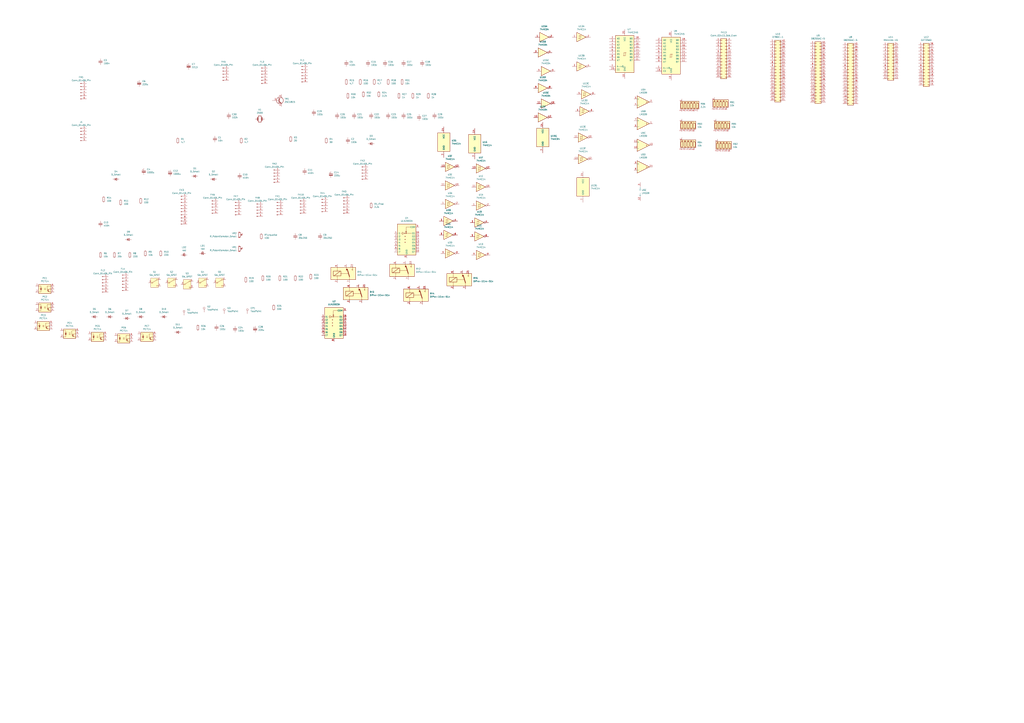
<source format=kicad_sch>
(kicad_sch
	(version 20231120)
	(generator "eeschema")
	(generator_version "8.0")
	(uuid "66cc26d7-ea0d-448d-81d6-18da17cae3ad")
	(paper "A1")
	
	(symbol
		(lib_id "Device:R_Small")
		(at 255.27 227.33 0)
		(unit 1)
		(exclude_from_sim no)
		(in_bom yes)
		(on_board yes)
		(dnp no)
		(fields_autoplaced yes)
		(uuid "009df387-6411-4120-aa50-f970eedc94ac")
		(property "Reference" "R23"
			(at 257.81 226.0599 0)
			(effects
				(font
					(size 1.27 1.27)
				)
				(justify left)
			)
		)
		(property "Value" "100"
			(at 257.81 228.5999 0)
			(effects
				(font
					(size 1.27 1.27)
				)
				(justify left)
			)
		)
		(property "Footprint" ""
			(at 255.27 227.33 0)
			(effects
				(font
					(size 1.27 1.27)
				)
				(hide yes)
			)
		)
		(property "Datasheet" "~"
			(at 255.27 227.33 0)
			(effects
				(font
					(size 1.27 1.27)
				)
				(hide yes)
			)
		)
		(property "Description" "Resistor, small symbol"
			(at 255.27 227.33 0)
			(effects
				(font
					(size 1.27 1.27)
				)
				(hide yes)
			)
		)
		(pin "1"
			(uuid "4181c92a-d4ec-4d92-9cdd-93232b0dfe7a")
		)
		(pin "2"
			(uuid "fabba577-d891-4ade-96a2-4e51ab511ef5")
		)
		(instances
			(project "ph00524"
				(path "/66cc26d7-ea0d-448d-81d6-18da17cae3ad"
					(reference "R23")
					(unit 1)
				)
			)
		)
	)
	(symbol
		(lib_id "Device:R_Small")
		(at 330.2 67.31 0)
		(unit 1)
		(exclude_from_sim no)
		(in_bom yes)
		(on_board yes)
		(dnp no)
		(fields_autoplaced yes)
		(uuid "0204f7ec-59d3-4881-a5b7-6df85f9017de")
		(property "Reference" "R31"
			(at 332.74 66.0399 0)
			(effects
				(font
					(size 1.27 1.27)
				)
				(justify left)
			)
		)
		(property "Value" "10k"
			(at 332.74 68.5799 0)
			(effects
				(font
					(size 1.27 1.27)
				)
				(justify left)
			)
		)
		(property "Footprint" ""
			(at 330.2 67.31 0)
			(effects
				(font
					(size 1.27 1.27)
				)
				(hide yes)
			)
		)
		(property "Datasheet" "~"
			(at 330.2 67.31 0)
			(effects
				(font
					(size 1.27 1.27)
				)
				(hide yes)
			)
		)
		(property "Description" "Resistor, small symbol"
			(at 330.2 67.31 0)
			(effects
				(font
					(size 1.27 1.27)
				)
				(hide yes)
			)
		)
		(pin "1"
			(uuid "3b0afd4c-f169-4d4d-8a52-0c5ba1ed1c94")
		)
		(pin "2"
			(uuid "ea2108f9-e38a-4b9e-ab42-12f9afe2a86e")
		)
		(instances
			(project ""
				(path "/66cc26d7-ea0d-448d-81d6-18da17cae3ad"
					(reference "R31")
					(unit 1)
				)
			)
		)
	)
	(symbol
		(lib_id "74xx:74HC04")
		(at 447.04 30.48 0)
		(unit 1)
		(exclude_from_sim no)
		(in_bom yes)
		(on_board yes)
		(dnp no)
		(fields_autoplaced yes)
		(uuid "02a8c5be-8e23-4c76-abda-bb83de613a27")
		(property "Reference" "U15"
			(at 447.04 21.59 0)
			(effects
				(font
					(size 1.27 1.27)
				)
			)
		)
		(property "Value" "74HC04"
			(at 447.04 24.13 0)
			(effects
				(font
					(size 1.27 1.27)
				)
			)
		)
		(property "Footprint" ""
			(at 447.04 30.48 0)
			(effects
				(font
					(size 1.27 1.27)
				)
				(hide yes)
			)
		)
		(property "Datasheet" "https://assets.nexperia.com/documents/data-sheet/74HC_HCT04.pdf"
			(at 447.04 30.48 0)
			(effects
				(font
					(size 1.27 1.27)
				)
				(hide yes)
			)
		)
		(property "Description" "Hex Inverter"
			(at 447.04 30.48 0)
			(effects
				(font
					(size 1.27 1.27)
				)
				(hide yes)
			)
		)
		(pin "1"
			(uuid "b2ccb412-fda4-4b9a-b929-3e5147f3ceb2")
		)
		(pin "9"
			(uuid "ca75cb42-88ad-478b-a382-969093522ccd")
		)
		(pin "12"
			(uuid "673d05ea-538e-4169-98f5-95798752a161")
		)
		(pin "10"
			(uuid "c18888df-ab24-4532-9c1d-faf5fc4b6699")
		)
		(pin "4"
			(uuid "a403347e-4b5a-4dc9-a6a1-1ad34749519d")
		)
		(pin "2"
			(uuid "c6c5183d-0a4d-48f6-aced-b556937d892d")
		)
		(pin "8"
			(uuid "7e4ee081-86e0-4b7d-ab37-d87c5ceb9a8a")
		)
		(pin "5"
			(uuid "4519ea87-8528-4892-9758-a454e46f853e")
		)
		(pin "7"
			(uuid "04e88883-3a7e-4ece-9c39-3ade7d26dd2a")
		)
		(pin "11"
			(uuid "a50f9f9a-2e94-4723-bba2-b51296ba424f")
		)
		(pin "13"
			(uuid "f2528ea2-5d7f-4b34-8d49-bf748ab4e403")
		)
		(pin "3"
			(uuid "755e3d04-11b3-4e0c-8fbe-0b40b05f2cc8")
		)
		(pin "6"
			(uuid "56d9d685-0552-49f9-bd0d-e774c51135f4")
		)
		(pin "14"
			(uuid "5d3bcaa7-46af-48d1-973d-08950f6e7442")
		)
		(instances
			(project ""
				(path "/66cc26d7-ea0d-448d-81d6-18da17cae3ad"
					(reference "U15")
					(unit 1)
				)
			)
		)
	)
	(symbol
		(lib_id "Comparator:LM339")
		(at 528.32 101.6 0)
		(unit 2)
		(exclude_from_sim no)
		(in_bom yes)
		(on_board yes)
		(dnp no)
		(fields_autoplaced yes)
		(uuid "03f5a635-8060-452e-8f84-1617b9d4eb87")
		(property "Reference" "U5"
			(at 528.32 91.44 0)
			(effects
				(font
					(size 1.27 1.27)
				)
			)
		)
		(property "Value" "LM339"
			(at 528.32 93.98 0)
			(effects
				(font
					(size 1.27 1.27)
				)
			)
		)
		(property "Footprint" ""
			(at 527.05 99.06 0)
			(effects
				(font
					(size 1.27 1.27)
				)
				(hide yes)
			)
		)
		(property "Datasheet" "https://www.st.com/resource/en/datasheet/lm139.pdf"
			(at 529.59 96.52 0)
			(effects
				(font
					(size 1.27 1.27)
				)
				(hide yes)
			)
		)
		(property "Description" "Quad Differential Comparators, SOIC-14/TSSOP-14"
			(at 528.32 101.6 0)
			(effects
				(font
					(size 1.27 1.27)
				)
				(hide yes)
			)
		)
		(pin "8"
			(uuid "e94cd48d-23d3-4cf2-8049-90ada11bcdeb")
		)
		(pin "7"
			(uuid "314b234f-b06e-4c89-8b20-4426019fea59")
		)
		(pin "6"
			(uuid "82f179fe-c1a0-4e9d-b8ac-a0268baab92c")
		)
		(pin "3"
			(uuid "8bd0f6d0-16e1-405b-8d8e-3206748fdbe6")
		)
		(pin "10"
			(uuid "176bc77e-2667-441e-a8d4-247482ca03ff")
		)
		(pin "9"
			(uuid "1b60f14a-1ec9-4246-bae2-83c6c3a58a30")
		)
		(pin "14"
			(uuid "9b06f94d-71cf-48d6-be23-03b87bcccc19")
		)
		(pin "11"
			(uuid "b16782c8-cff8-408e-8ff4-b1335e75f9b5")
		)
		(pin "2"
			(uuid "152d9844-f3f9-4219-ac5d-96310aac9b93")
		)
		(pin "5"
			(uuid "3efe8368-04e4-4972-85a2-e4a848a4d6ff")
		)
		(pin "4"
			(uuid "afe83fb3-75e9-4924-a7af-bc21a6b69fae")
		)
		(pin "12"
			(uuid "65e0f4d1-50d6-4ff3-8d89-0a042ec626af")
		)
		(pin "1"
			(uuid "88695db0-bacd-439e-a63f-0d33671900ac")
		)
		(pin "13"
			(uuid "67263cc2-65cc-4466-b00e-831ce328190b")
		)
		(instances
			(project ""
				(path "/66cc26d7-ea0d-448d-81d6-18da17cae3ad"
					(reference "U5")
					(unit 2)
				)
			)
		)
	)
	(symbol
		(lib_id "Comparator:LM339")
		(at 528.32 83.82 0)
		(unit 1)
		(exclude_from_sim no)
		(in_bom yes)
		(on_board yes)
		(dnp no)
		(fields_autoplaced yes)
		(uuid "058cdc85-317c-43e1-8b64-9311ac176a2c")
		(property "Reference" "U5"
			(at 528.32 73.66 0)
			(effects
				(font
					(size 1.27 1.27)
				)
			)
		)
		(property "Value" "LM339"
			(at 528.32 76.2 0)
			(effects
				(font
					(size 1.27 1.27)
				)
			)
		)
		(property "Footprint" ""
			(at 527.05 81.28 0)
			(effects
				(font
					(size 1.27 1.27)
				)
				(hide yes)
			)
		)
		(property "Datasheet" "https://www.st.com/resource/en/datasheet/lm139.pdf"
			(at 529.59 78.74 0)
			(effects
				(font
					(size 1.27 1.27)
				)
				(hide yes)
			)
		)
		(property "Description" "Quad Differential Comparators, SOIC-14/TSSOP-14"
			(at 528.32 83.82 0)
			(effects
				(font
					(size 1.27 1.27)
				)
				(hide yes)
			)
		)
		(pin "8"
			(uuid "e94cd48d-23d3-4cf2-8049-90ada11bcdeb")
		)
		(pin "7"
			(uuid "314b234f-b06e-4c89-8b20-4426019fea59")
		)
		(pin "6"
			(uuid "82f179fe-c1a0-4e9d-b8ac-a0268baab92c")
		)
		(pin "3"
			(uuid "8bd0f6d0-16e1-405b-8d8e-3206748fdbe6")
		)
		(pin "10"
			(uuid "176bc77e-2667-441e-a8d4-247482ca03ff")
		)
		(pin "9"
			(uuid "1b60f14a-1ec9-4246-bae2-83c6c3a58a30")
		)
		(pin "14"
			(uuid "9b06f94d-71cf-48d6-be23-03b87bcccc19")
		)
		(pin "11"
			(uuid "b16782c8-cff8-408e-8ff4-b1335e75f9b5")
		)
		(pin "2"
			(uuid "152d9844-f3f9-4219-ac5d-96310aac9b93")
		)
		(pin "5"
			(uuid "3efe8368-04e4-4972-85a2-e4a848a4d6ff")
		)
		(pin "4"
			(uuid "afe83fb3-75e9-4924-a7af-bc21a6b69fae")
		)
		(pin "12"
			(uuid "65e0f4d1-50d6-4ff3-8d89-0a042ec626af")
		)
		(pin "1"
			(uuid "88695db0-bacd-439e-a63f-0d33671900ac")
		)
		(pin "13"
			(uuid "67263cc2-65cc-4466-b00e-831ce328190b")
		)
		(instances
			(project ""
				(path "/66cc26d7-ea0d-448d-81d6-18da17cae3ad"
					(reference "U5")
					(unit 1)
				)
			)
		)
	)
	(symbol
		(lib_id "Connector:TestPoint")
		(at 167.64 256.54 0)
		(unit 1)
		(exclude_from_sim no)
		(in_bom yes)
		(on_board yes)
		(dnp no)
		(fields_autoplaced yes)
		(uuid "06d41393-6ba6-4dbb-8c3d-f8019b5dd698")
		(property "Reference" "G2"
			(at 170.18 251.9679 0)
			(effects
				(font
					(size 1.27 1.27)
				)
				(justify left)
			)
		)
		(property "Value" "TestPoint"
			(at 170.18 254.5079 0)
			(effects
				(font
					(size 1.27 1.27)
				)
				(justify left)
			)
		)
		(property "Footprint" ""
			(at 172.72 256.54 0)
			(effects
				(font
					(size 1.27 1.27)
				)
				(hide yes)
			)
		)
		(property "Datasheet" "~"
			(at 172.72 256.54 0)
			(effects
				(font
					(size 1.27 1.27)
				)
				(hide yes)
			)
		)
		(property "Description" "test point"
			(at 167.64 256.54 0)
			(effects
				(font
					(size 1.27 1.27)
				)
				(hide yes)
			)
		)
		(pin "1"
			(uuid "c22b2647-03e5-4b05-90af-3d3867b7a458")
		)
		(instances
			(project "ph00524"
				(path "/66cc26d7-ea0d-448d-81d6-18da17cae3ad"
					(reference "G2")
					(unit 1)
				)
			)
		)
	)
	(symbol
		(lib_id "Device:R_Network05")
		(at 591.82 85.09 0)
		(unit 1)
		(exclude_from_sim no)
		(in_bom yes)
		(on_board yes)
		(dnp no)
		(fields_autoplaced yes)
		(uuid "085476ab-b62c-4f4a-aa1e-bda0288bf25e")
		(property "Reference" "RB1"
			(at 599.44 84.0739 0)
			(effects
				(font
					(size 1.27 1.27)
				)
				(justify left)
			)
		)
		(property "Value" "10k"
			(at 599.44 86.6139 0)
			(effects
				(font
					(size 1.27 1.27)
				)
				(justify left)
			)
		)
		(property "Footprint" "Resistor_THT:R_Array_SIP6"
			(at 601.345 85.09 90)
			(effects
				(font
					(size 1.27 1.27)
				)
				(hide yes)
			)
		)
		(property "Datasheet" "http://www.vishay.com/docs/31509/csc.pdf"
			(at 591.82 85.09 0)
			(effects
				(font
					(size 1.27 1.27)
				)
				(hide yes)
			)
		)
		(property "Description" "5 resistor network, star topology, bussed resistors, small symbol"
			(at 591.82 85.09 0)
			(effects
				(font
					(size 1.27 1.27)
				)
				(hide yes)
			)
		)
		(pin "3"
			(uuid "56ed04d9-01a0-4593-893a-b14492bf0a14")
		)
		(pin "2"
			(uuid "9487e495-a481-4233-81d6-4179a4ade932")
		)
		(pin "1"
			(uuid "4bbf14b9-da59-481d-ad9f-d4a58b57c514")
		)
		(pin "4"
			(uuid "9c8f2062-bb4f-4495-898e-02140812caec")
		)
		(pin "6"
			(uuid "95b1adaa-47ca-4f90-bee2-721b44d40add")
		)
		(pin "5"
			(uuid "86ddd1e0-41c6-46ec-bb22-bf85ba9e70a0")
		)
		(instances
			(project ""
				(path "/66cc26d7-ea0d-448d-81d6-18da17cae3ad"
					(reference "RB1")
					(unit 1)
				)
			)
		)
	)
	(symbol
		(lib_id "Device:C_Polarized_Small")
		(at 118.11 140.97 0)
		(unit 1)
		(exclude_from_sim no)
		(in_bom yes)
		(on_board yes)
		(dnp no)
		(fields_autoplaced yes)
		(uuid "0b0b9ea6-52da-495a-9994-c0f47571ca37")
		(property "Reference" "C4"
			(at 120.65 139.1538 0)
			(effects
				(font
					(size 1.27 1.27)
				)
				(justify left)
			)
		)
		(property "Value" "1000u"
			(at 120.65 141.6938 0)
			(effects
				(font
					(size 1.27 1.27)
				)
				(justify left)
			)
		)
		(property "Footprint" ""
			(at 118.11 140.97 0)
			(effects
				(font
					(size 1.27 1.27)
				)
				(hide yes)
			)
		)
		(property "Datasheet" "~"
			(at 118.11 140.97 0)
			(effects
				(font
					(size 1.27 1.27)
				)
				(hide yes)
			)
		)
		(property "Description" "Polarized capacitor, small symbol"
			(at 118.11 140.97 0)
			(effects
				(font
					(size 1.27 1.27)
				)
				(hide yes)
			)
		)
		(pin "2"
			(uuid "0a6452b1-bfb2-49b5-99e7-fd5c82559cfc")
		)
		(pin "1"
			(uuid "163d1a5b-cca5-47d7-afd8-38ed33faba8d")
		)
		(instances
			(project ""
				(path "/66cc26d7-ea0d-448d-81d6-18da17cae3ad"
					(reference "C4")
					(unit 1)
				)
			)
		)
	)
	(symbol
		(lib_id "74xx:74HC245")
		(at 513.08 44.45 0)
		(unit 1)
		(exclude_from_sim no)
		(in_bom yes)
		(on_board yes)
		(dnp no)
		(fields_autoplaced yes)
		(uuid "0d9f6c21-7bc9-48ce-ad4a-224d1ff61ad5")
		(property "Reference" "U7"
			(at 515.2741 24.13 0)
			(effects
				(font
					(size 1.27 1.27)
				)
				(justify left)
			)
		)
		(property "Value" "74HC245"
			(at 515.2741 26.67 0)
			(effects
				(font
					(size 1.27 1.27)
				)
				(justify left)
			)
		)
		(property "Footprint" ""
			(at 513.08 44.45 0)
			(effects
				(font
					(size 1.27 1.27)
				)
				(hide yes)
			)
		)
		(property "Datasheet" "http://www.ti.com/lit/gpn/sn74HC245"
			(at 513.08 44.45 0)
			(effects
				(font
					(size 1.27 1.27)
				)
				(hide yes)
			)
		)
		(property "Description" "Octal BUS Transceivers, 3-State outputs"
			(at 513.08 44.45 0)
			(effects
				(font
					(size 1.27 1.27)
				)
				(hide yes)
			)
		)
		(pin "4"
			(uuid "0960dc02-e018-4428-b012-5bf211531b66")
		)
		(pin "8"
			(uuid "89375bdb-0574-4efd-bf3a-d9f04d5ce090")
		)
		(pin "11"
			(uuid "ad448141-acb8-41ae-8685-6bb1034e421e")
		)
		(pin "10"
			(uuid "b445b081-5661-4023-bade-81decce25150")
		)
		(pin "15"
			(uuid "2064d68a-024a-4631-a9c5-0ba4944843b8")
		)
		(pin "17"
			(uuid "d24d3ba2-4c51-4ff7-b38f-bccca13fcf93")
		)
		(pin "7"
			(uuid "1c644729-0153-4823-a6fb-976a6a58f5fb")
		)
		(pin "2"
			(uuid "53e825ae-e700-49fc-bad6-86b4972ae02e")
		)
		(pin "3"
			(uuid "7c2f9e66-8bdd-4760-a91f-61dc3152df79")
		)
		(pin "19"
			(uuid "be879391-0e22-483b-a076-2e8b873fd100")
		)
		(pin "5"
			(uuid "a28ced49-0ab4-4274-a61b-8d8f6191fdb5")
		)
		(pin "1"
			(uuid "f7b07fc0-420e-441d-a6bd-642294a9f29a")
		)
		(pin "18"
			(uuid "7f1e71a4-77b8-423f-8372-0e495ae0e28c")
		)
		(pin "12"
			(uuid "30d9f87e-7b29-4419-844b-1c069493c8ec")
		)
		(pin "13"
			(uuid "8ceedc1e-efc0-4c3a-acf7-663f99fe6b9e")
		)
		(pin "20"
			(uuid "8c79c078-cb05-4c5d-a5b1-210d07c92346")
		)
		(pin "14"
			(uuid "01c995f3-8e6c-45ba-9ce9-303a3d60feec")
		)
		(pin "9"
			(uuid "d340f852-a43f-46d6-b954-812ba46e98e2")
		)
		(pin "16"
			(uuid "5c6a8ed7-24be-426a-bf51-f7c66d77dcd4")
		)
		(pin "6"
			(uuid "9750cf5c-53ea-4e08-aa6f-73f01a6e4f84")
		)
		(instances
			(project ""
				(path "/66cc26d7-ea0d-448d-81d6-18da17cae3ad"
					(reference "U7")
					(unit 1)
				)
			)
		)
	)
	(symbol
		(lib_id "Connector:Conn_01x06_Pin")
		(at 100.33 231.14 0)
		(unit 1)
		(exclude_from_sim no)
		(in_bom yes)
		(on_board yes)
		(dnp no)
		(fields_autoplaced yes)
		(uuid "0ebc948b-7294-45fa-86f1-8a51b287018b")
		(property "Reference" "FL4"
			(at 100.965 220.98 0)
			(effects
				(font
					(size 1.27 1.27)
				)
			)
		)
		(property "Value" "Conn_01x06_Pin"
			(at 100.965 223.52 0)
			(effects
				(font
					(size 1.27 1.27)
				)
			)
		)
		(property "Footprint" ""
			(at 100.33 231.14 0)
			(effects
				(font
					(size 1.27 1.27)
				)
				(hide yes)
			)
		)
		(property "Datasheet" "~"
			(at 100.33 231.14 0)
			(effects
				(font
					(size 1.27 1.27)
				)
				(hide yes)
			)
		)
		(property "Description" "Generic connector, single row, 01x06, script generated"
			(at 100.33 231.14 0)
			(effects
				(font
					(size 1.27 1.27)
				)
				(hide yes)
			)
		)
		(pin "3"
			(uuid "7e96fa94-e9b9-4081-9c8a-da0059b8d791")
		)
		(pin "2"
			(uuid "173a6309-fc17-4732-be9a-0ff719831a6e")
		)
		(pin "1"
			(uuid "5f8a82d8-673b-4b06-bbf8-af5eeb29353e")
		)
		(pin "6"
			(uuid "42dbacb3-9120-42de-8c54-dcfcdb57ddd2")
		)
		(pin "4"
			(uuid "36e42074-83a8-461b-be2f-28b025ece9db")
		)
		(pin "5"
			(uuid "d445e4ac-ca3a-45bf-97b8-601fd3fd9e7c")
		)
		(instances
			(project ""
				(path "/66cc26d7-ea0d-448d-81d6-18da17cae3ad"
					(reference "FL4")
					(unit 1)
				)
			)
		)
	)
	(symbol
		(lib_id "Device:R_Small")
		(at 318.77 67.31 0)
		(unit 1)
		(exclude_from_sim no)
		(in_bom yes)
		(on_board yes)
		(dnp no)
		(fields_autoplaced yes)
		(uuid "126d0f7a-07ee-4075-a741-30986cee6ecd")
		(property "Reference" "R18"
			(at 321.31 66.0399 0)
			(effects
				(font
					(size 1.27 1.27)
				)
				(justify left)
			)
		)
		(property "Value" "100"
			(at 321.31 68.5799 0)
			(effects
				(font
					(size 1.27 1.27)
				)
				(justify left)
			)
		)
		(property "Footprint" ""
			(at 318.77 67.31 0)
			(effects
				(font
					(size 1.27 1.27)
				)
				(hide yes)
			)
		)
		(property "Datasheet" "~"
			(at 318.77 67.31 0)
			(effects
				(font
					(size 1.27 1.27)
				)
				(hide yes)
			)
		)
		(property "Description" "Resistor, small symbol"
			(at 318.77 67.31 0)
			(effects
				(font
					(size 1.27 1.27)
				)
				(hide yes)
			)
		)
		(pin "2"
			(uuid "5744ae48-a279-42cf-bf43-15342abcb691")
		)
		(pin "1"
			(uuid "fc2fceb0-eb3c-479b-8d54-7e9e8bed448d")
		)
		(instances
			(project ""
				(path "/66cc26d7-ea0d-448d-81d6-18da17cae3ad"
					(reference "R18")
					(unit 1)
				)
			)
		)
	)
	(symbol
		(lib_id "74xx:74HC14")
		(at 478.79 130.81 0)
		(unit 6)
		(exclude_from_sim no)
		(in_bom yes)
		(on_board yes)
		(dnp no)
		(fields_autoplaced yes)
		(uuid "133dc2c6-c0f4-4aab-89cf-300e095825e5")
		(property "Reference" "U13"
			(at 478.79 121.92 0)
			(effects
				(font
					(size 1.27 1.27)
				)
			)
		)
		(property "Value" "74HC14"
			(at 478.79 124.46 0)
			(effects
				(font
					(size 1.27 1.27)
				)
			)
		)
		(property "Footprint" ""
			(at 478.79 130.81 0)
			(effects
				(font
					(size 1.27 1.27)
				)
				(hide yes)
			)
		)
		(property "Datasheet" "http://www.ti.com/lit/gpn/sn74HC14"
			(at 478.79 130.81 0)
			(effects
				(font
					(size 1.27 1.27)
				)
				(hide yes)
			)
		)
		(property "Description" "Hex inverter schmitt trigger"
			(at 478.79 130.81 0)
			(effects
				(font
					(size 1.27 1.27)
				)
				(hide yes)
			)
		)
		(pin "11"
			(uuid "2c8efa7a-0c8c-47f4-8aa0-44982eec27a9")
		)
		(pin "13"
			(uuid "54040166-6b70-44f3-99fa-bc97bf555aad")
		)
		(pin "6"
			(uuid "5fd97dd3-9a25-4c8c-806a-81b761ae59bc")
		)
		(pin "7"
			(uuid "1cf79337-971b-4741-aa30-7b311617ca24")
		)
		(pin "9"
			(uuid "bc00fe7d-ffd2-4608-8db8-a7ee27cbe0dd")
		)
		(pin "4"
			(uuid "90e8c99c-a707-4155-8ad3-bd6fdb7eacff")
		)
		(pin "8"
			(uuid "a50c78d0-4616-41b8-bcd0-619e7e17b973")
		)
		(pin "5"
			(uuid "cb7981cc-8117-46c7-9aa2-2c139347430c")
		)
		(pin "2"
			(uuid "28e1f3ca-a0a8-40b7-a412-f985419c5fca")
		)
		(pin "3"
			(uuid "d77ad1a4-eef4-4d8b-bb95-e59b16ff5fd1")
		)
		(pin "12"
			(uuid "cb0469af-87d9-4f47-8e9d-07587d11815d")
		)
		(pin "1"
			(uuid "b6bc9575-318f-4fc9-820c-844c51bbb75a")
		)
		(pin "14"
			(uuid "3af88830-ecb1-4349-86ec-39c992c8de46")
		)
		(pin "10"
			(uuid "693e104f-976a-4bba-b09f-2a2578973a29")
		)
		(instances
			(project ""
				(path "/66cc26d7-ea0d-448d-81d6-18da17cae3ad"
					(reference "U13")
					(unit 6)
				)
			)
		)
	)
	(symbol
		(lib_id "Relay:DIPxx-1Cxx-51x")
		(at 292.1 241.3 0)
		(unit 1)
		(exclude_from_sim no)
		(in_bom yes)
		(on_board yes)
		(dnp no)
		(fields_autoplaced yes)
		(uuid "13b97764-a854-4ca8-8314-77b107323d28")
		(property "Reference" "RY3"
			(at 303.53 240.0299 0)
			(effects
				(font
					(size 1.27 1.27)
				)
				(justify left)
			)
		)
		(property "Value" "DIPxx-1Cxx-51x"
			(at 303.53 242.5699 0)
			(effects
				(font
					(size 1.27 1.27)
				)
				(justify left)
			)
		)
		(property "Footprint" "Relay_THT:Relay_StandexMeder_DIP_LowProfile"
			(at 303.53 242.57 0)
			(effects
				(font
					(size 1.27 1.27)
				)
				(justify left)
				(hide yes)
			)
		)
		(property "Datasheet" "https://standexelectronics.com/wp-content/uploads/datasheet_reed_relay_DIP.pdf"
			(at 292.1 241.3 0)
			(effects
				(font
					(size 1.27 1.27)
				)
				(hide yes)
			)
		)
		(property "Description" "Standex Meder DIP reed relay, SPDT"
			(at 292.1 241.3 0)
			(effects
				(font
					(size 1.27 1.27)
				)
				(hide yes)
			)
		)
		(pin "14"
			(uuid "a108c973-4a01-46fd-a85d-d5d7b4c4fe8e")
		)
		(pin "1"
			(uuid "1161f49d-e4ce-4511-88ef-aff055d0b409")
		)
		(pin "8"
			(uuid "ddb3c971-8b0a-474b-b837-9ebeda8a1bb4")
		)
		(pin "7"
			(uuid "db71d2e8-ef25-4b8c-a47f-36776fa0a430")
		)
		(pin "6"
			(uuid "2f794e12-a7a4-4a2c-b8e4-75c7f280e7df")
		)
		(pin "2"
			(uuid "2cdf35b1-daf2-43fe-959d-d3cadc160b5c")
		)
		(instances
			(project "ph00524"
				(path "/66cc26d7-ea0d-448d-81d6-18da17cae3ad"
					(reference "RY3")
					(unit 1)
				)
			)
		)
	)
	(symbol
		(lib_id "Device:R_Small")
		(at 304.8 168.91 0)
		(unit 1)
		(exclude_from_sim no)
		(in_bom yes)
		(on_board yes)
		(dnp no)
		(fields_autoplaced yes)
		(uuid "14b44517-e438-4439-a98d-5cefc25f1438")
		(property "Reference" "R1_final"
			(at 307.34 167.6399 0)
			(effects
				(font
					(size 1.27 1.27)
				)
				(justify left)
			)
		)
		(property "Value" "2.2k"
			(at 307.34 170.1799 0)
			(effects
				(font
					(size 1.27 1.27)
				)
				(justify left)
			)
		)
		(property "Footprint" ""
			(at 304.8 168.91 0)
			(effects
				(font
					(size 1.27 1.27)
				)
				(hide yes)
			)
		)
		(property "Datasheet" "~"
			(at 304.8 168.91 0)
			(effects
				(font
					(size 1.27 1.27)
				)
				(hide yes)
			)
		)
		(property "Description" "Resistor, small symbol"
			(at 304.8 168.91 0)
			(effects
				(font
					(size 1.27 1.27)
				)
				(hide yes)
			)
		)
		(pin "2"
			(uuid "4413b6d2-ecb1-45ae-9409-1015be4370cb")
		)
		(pin "1"
			(uuid "d332bdbe-cddb-4d26-ba72-4c5ecc1db966")
		)
		(instances
			(project ""
				(path "/66cc26d7-ea0d-448d-81d6-18da17cae3ad"
					(reference "R1_final")
					(unit 1)
				)
			)
		)
	)
	(symbol
		(lib_id "Device:C_Small")
		(at 187.96 95.25 0)
		(unit 1)
		(exclude_from_sim no)
		(in_bom yes)
		(on_board yes)
		(dnp no)
		(fields_autoplaced yes)
		(uuid "15426a3a-66a1-4acf-9baf-e84cc3b74434")
		(property "Reference" "C30"
			(at 190.5 93.9862 0)
			(effects
				(font
					(size 1.27 1.27)
				)
				(justify left)
			)
		)
		(property "Value" "102k"
			(at 190.5 96.5262 0)
			(effects
				(font
					(size 1.27 1.27)
				)
				(justify left)
			)
		)
		(property "Footprint" ""
			(at 187.96 95.25 0)
			(effects
				(font
					(size 1.27 1.27)
				)
				(hide yes)
			)
		)
		(property "Datasheet" "~"
			(at 187.96 95.25 0)
			(effects
				(font
					(size 1.27 1.27)
				)
				(hide yes)
			)
		)
		(property "Description" "Unpolarized capacitor, small symbol"
			(at 187.96 95.25 0)
			(effects
				(font
					(size 1.27 1.27)
				)
				(hide yes)
			)
		)
		(pin "1"
			(uuid "c70c50a9-0e71-4909-bac3-ba323585c984")
		)
		(pin "2"
			(uuid "728a73df-f452-4cce-aae2-60365ec572a6")
		)
		(instances
			(project ""
				(path "/66cc26d7-ea0d-448d-81d6-18da17cae3ad"
					(reference "C30")
					(unit 1)
				)
			)
		)
	)
	(symbol
		(lib_id "Device:D_Small")
		(at 304.8 118.11 0)
		(unit 1)
		(exclude_from_sim no)
		(in_bom yes)
		(on_board yes)
		(dnp no)
		(fields_autoplaced yes)
		(uuid "1549b687-6491-481d-a6f6-2792fe5d2c1d")
		(property "Reference" "D3"
			(at 304.8 111.76 0)
			(effects
				(font
					(size 1.27 1.27)
				)
			)
		)
		(property "Value" "D_Small"
			(at 304.8 114.3 0)
			(effects
				(font
					(size 1.27 1.27)
				)
			)
		)
		(property "Footprint" ""
			(at 304.8 118.11 90)
			(effects
				(font
					(size 1.27 1.27)
				)
				(hide yes)
			)
		)
		(property "Datasheet" "~"
			(at 304.8 118.11 90)
			(effects
				(font
					(size 1.27 1.27)
				)
				(hide yes)
			)
		)
		(property "Description" "Diode, small symbol"
			(at 304.8 118.11 0)
			(effects
				(font
					(size 1.27 1.27)
				)
				(hide yes)
			)
		)
		(property "Sim.Device" "D"
			(at 304.8 118.11 0)
			(effects
				(font
					(size 1.27 1.27)
				)
				(hide yes)
			)
		)
		(property "Sim.Pins" "1=K 2=A"
			(at 304.8 118.11 0)
			(effects
				(font
					(size 1.27 1.27)
				)
				(hide yes)
			)
		)
		(pin "1"
			(uuid "2bdfb906-37a1-4a14-acf6-8ae916622738")
		)
		(pin "2"
			(uuid "44761cc3-a33a-40ab-8d03-fc7efd61bce8")
		)
		(instances
			(project ""
				(path "/66cc26d7-ea0d-448d-81d6-18da17cae3ad"
					(reference "D3")
					(unit 1)
				)
			)
		)
	)
	(symbol
		(lib_id "Connector_Generic:Conn_02x14_Counter_Clockwise")
		(at 759.46 52.07 0)
		(unit 1)
		(exclude_from_sim no)
		(in_bom yes)
		(on_board yes)
		(dnp no)
		(fields_autoplaced yes)
		(uuid "156592c4-c9fd-4005-890e-d4549b26731a")
		(property "Reference" "U12"
			(at 760.73 30.48 0)
			(effects
				(font
					(size 1.27 1.27)
				)
			)
		)
		(property "Value" "D27256D"
			(at 760.73 33.02 0)
			(effects
				(font
					(size 1.27 1.27)
				)
			)
		)
		(property "Footprint" ""
			(at 759.46 52.07 0)
			(effects
				(font
					(size 1.27 1.27)
				)
				(hide yes)
			)
		)
		(property "Datasheet" "~"
			(at 759.46 52.07 0)
			(effects
				(font
					(size 1.27 1.27)
				)
				(hide yes)
			)
		)
		(property "Description" "Generic connector, double row, 02x14, counter clockwise pin numbering scheme (similar to DIP package numbering), script generated (kicad-library-utils/schlib/autogen/connector/)"
			(at 759.46 52.07 0)
			(effects
				(font
					(size 1.27 1.27)
				)
				(hide yes)
			)
		)
		(pin "8"
			(uuid "cb13d71b-c2c8-42f5-98ed-b3645c7c3f52")
		)
		(pin "16"
			(uuid "f496af53-b97e-4fc6-8ad9-90a3370a8e1d")
		)
		(pin "26"
			(uuid "36204e8e-1202-447c-8f31-9534841d3ad7")
		)
		(pin "11"
			(uuid "230813a1-32ee-42d9-b757-8e8f075e57c5")
		)
		(pin "13"
			(uuid "2f3b02f2-fb60-4cbb-811e-caf02ab71ce3")
		)
		(pin "10"
			(uuid "df179e8b-54c6-4714-bf2c-54b905733720")
		)
		(pin "17"
			(uuid "9025b0ee-ecd4-44f8-9689-b46de1cdf5ac")
		)
		(pin "28"
			(uuid "fc9dca5f-d9c9-47b2-a03a-b3ab9acd6f15")
		)
		(pin "21"
			(uuid "88758f5b-e096-4be6-be9a-26b8c47926bf")
		)
		(pin "12"
			(uuid "d2d728b7-0f9b-4bd0-ab23-607f54a02b70")
		)
		(pin "20"
			(uuid "c67ae1c1-f2d6-43c1-9e84-574d50cc9586")
		)
		(pin "9"
			(uuid "8290dd52-dca6-4436-83c9-4511f6d157de")
		)
		(pin "2"
			(uuid "f2e9a5d0-e12e-4592-bf38-c6173feeeb94")
		)
		(pin "25"
			(uuid "d1c7f044-5844-478e-b839-9e0f38e30039")
		)
		(pin "23"
			(uuid "1e8c1b35-b8f1-4e61-bf2b-8cb969b1182c")
		)
		(pin "19"
			(uuid "90a6e730-cc18-485c-81ac-3c77c90ad92b")
		)
		(pin "6"
			(uuid "993f992f-e0b1-45e5-bd86-cb4159bd7da7")
		)
		(pin "7"
			(uuid "e95a961f-9752-4188-9cc4-82b90948555f")
		)
		(pin "14"
			(uuid "30f9b715-b91c-4017-8d6b-fea5a6104a1d")
		)
		(pin "15"
			(uuid "7e91a1fd-8506-467f-b2d6-5b3810617a7d")
		)
		(pin "5"
			(uuid "1fc3e275-cbfe-4ed6-baf2-9fe0bb2b0c3e")
		)
		(pin "4"
			(uuid "11666452-f3dd-4de7-86ea-f8dfa2af7a09")
		)
		(pin "3"
			(uuid "b88364fe-fd26-4539-8f16-2c5816db65d2")
		)
		(pin "24"
			(uuid "7b3062c5-b84d-40ed-8f8f-77dc79f96251")
		)
		(pin "22"
			(uuid "bb321052-2cb8-4ff2-89d4-05b642fe7c30")
		)
		(pin "1"
			(uuid "c8a181d8-064b-4845-81be-d129ab089e51")
		)
		(pin "27"
			(uuid "64ce9b2a-aa7f-4648-87b0-c138d5901f32")
		)
		(pin "18"
			(uuid "ebe20977-8bf8-4024-a0d8-1c13b01ea735")
		)
		(instances
			(project ""
				(path "/66cc26d7-ea0d-448d-81d6-18da17cae3ad"
					(reference "U12")
					(unit 1)
				)
			)
		)
	)
	(symbol
		(lib_id "Connector:TestPoint")
		(at 203.2 257.81 0)
		(unit 1)
		(exclude_from_sim no)
		(in_bom yes)
		(on_board yes)
		(dnp no)
		(fields_autoplaced yes)
		(uuid "156dea16-95a9-4442-8f3b-cb827e264bb1")
		(property "Reference" "CP1"
			(at 205.74 253.2379 0)
			(effects
				(font
					(size 1.27 1.27)
				)
				(justify left)
			)
		)
		(property "Value" "TestPoint"
			(at 205.74 255.7779 0)
			(effects
				(font
					(size 1.27 1.27)
				)
				(justify left)
			)
		)
		(property "Footprint" ""
			(at 208.28 257.81 0)
			(effects
				(font
					(size 1.27 1.27)
				)
				(hide yes)
			)
		)
		(property "Datasheet" "~"
			(at 208.28 257.81 0)
			(effects
				(font
					(size 1.27 1.27)
				)
				(hide yes)
			)
		)
		(property "Description" "test point"
			(at 203.2 257.81 0)
			(effects
				(font
					(size 1.27 1.27)
				)
				(hide yes)
			)
		)
		(pin "1"
			(uuid "3cc371a8-aa59-4b6d-b476-b41b1564e4eb")
		)
		(instances
			(project "ph00524"
				(path "/66cc26d7-ea0d-448d-81d6-18da17cae3ad"
					(reference "CP1")
					(unit 1)
				)
			)
		)
	)
	(symbol
		(lib_id "74xx:74HC04")
		(at 445.77 113.03 0)
		(unit 7)
		(exclude_from_sim no)
		(in_bom yes)
		(on_board yes)
		(dnp no)
		(fields_autoplaced yes)
		(uuid "16c0d0f3-d63d-4b4e-8a81-af02da1c09a3")
		(property "Reference" "U15"
			(at 452.12 111.7599 0)
			(effects
				(font
					(size 1.27 1.27)
				)
				(justify left)
			)
		)
		(property "Value" "74HC04"
			(at 452.12 114.2999 0)
			(effects
				(font
					(size 1.27 1.27)
				)
				(justify left)
			)
		)
		(property "Footprint" ""
			(at 445.77 113.03 0)
			(effects
				(font
					(size 1.27 1.27)
				)
				(hide yes)
			)
		)
		(property "Datasheet" "https://assets.nexperia.com/documents/data-sheet/74HC_HCT04.pdf"
			(at 445.77 113.03 0)
			(effects
				(font
					(size 1.27 1.27)
				)
				(hide yes)
			)
		)
		(property "Description" "Hex Inverter"
			(at 445.77 113.03 0)
			(effects
				(font
					(size 1.27 1.27)
				)
				(hide yes)
			)
		)
		(pin "1"
			(uuid "b2ccb412-fda4-4b9a-b929-3e5147f3ceb2")
		)
		(pin "9"
			(uuid "ca75cb42-88ad-478b-a382-969093522ccd")
		)
		(pin "12"
			(uuid "673d05ea-538e-4169-98f5-95798752a161")
		)
		(pin "10"
			(uuid "c18888df-ab24-4532-9c1d-faf5fc4b6699")
		)
		(pin "4"
			(uuid "a403347e-4b5a-4dc9-a6a1-1ad34749519d")
		)
		(pin "2"
			(uuid "c6c5183d-0a4d-48f6-aced-b556937d892d")
		)
		(pin "8"
			(uuid "7e4ee081-86e0-4b7d-ab37-d87c5ceb9a8a")
		)
		(pin "5"
			(uuid "4519ea87-8528-4892-9758-a454e46f853e")
		)
		(pin "7"
			(uuid "04e88883-3a7e-4ece-9c39-3ade7d26dd2a")
		)
		(pin "11"
			(uuid "a50f9f9a-2e94-4723-bba2-b51296ba424f")
		)
		(pin "13"
			(uuid "f2528ea2-5d7f-4b34-8d49-bf748ab4e403")
		)
		(pin "3"
			(uuid "755e3d04-11b3-4e0c-8fbe-0b40b05f2cc8")
		)
		(pin "6"
			(uuid "56d9d685-0552-49f9-bd0d-e774c51135f4")
		)
		(pin "14"
			(uuid "5d3bcaa7-46af-48d1-973d-08950f6e7442")
		)
		(instances
			(project ""
				(path "/66cc26d7-ea0d-448d-81d6-18da17cae3ad"
					(reference "U15")
					(unit 7)
				)
			)
		)
	)
	(symbol
		(lib_id "Device:R_Potentiometer_Small")
		(at 196.85 193.04 0)
		(unit 1)
		(exclude_from_sim no)
		(in_bom yes)
		(on_board yes)
		(dnp no)
		(fields_autoplaced yes)
		(uuid "1dae94b8-05c4-476e-bc62-f86c2c08b65e")
		(property "Reference" "VR2"
			(at 194.31 191.7699 0)
			(effects
				(font
					(size 1.27 1.27)
				)
				(justify right)
			)
		)
		(property "Value" "R_Potentiometer_Small"
			(at 194.31 194.3099 0)
			(effects
				(font
					(size 1.27 1.27)
				)
				(justify right)
			)
		)
		(property "Footprint" ""
			(at 196.85 193.04 0)
			(effects
				(font
					(size 1.27 1.27)
				)
				(hide yes)
			)
		)
		(property "Datasheet" "~"
			(at 196.85 193.04 0)
			(effects
				(font
					(size 1.27 1.27)
				)
				(hide yes)
			)
		)
		(property "Description" "Potentiometer"
			(at 196.85 193.04 0)
			(effects
				(font
					(size 1.27 1.27)
				)
				(hide yes)
			)
		)
		(pin "3"
			(uuid "8f7fd108-b374-4f26-aedf-d5a37745a685")
		)
		(pin "2"
			(uuid "764ca11a-e088-4f9b-8c19-b6fe818f17f0")
		)
		(pin "1"
			(uuid "e91e111b-0146-4a24-b1a5-975ba2a37706")
		)
		(instances
			(project ""
				(path "/66cc26d7-ea0d-448d-81d6-18da17cae3ad"
					(reference "VR2")
					(unit 1)
				)
			)
		)
	)
	(symbol
		(lib_id "74xx:74HC14")
		(at 478.79 153.67 0)
		(unit 7)
		(exclude_from_sim no)
		(in_bom yes)
		(on_board yes)
		(dnp no)
		(fields_autoplaced yes)
		(uuid "1e4dc6ca-7751-45cd-bb79-289478820af7")
		(property "Reference" "U13"
			(at 485.14 152.3999 0)
			(effects
				(font
					(size 1.27 1.27)
				)
				(justify left)
			)
		)
		(property "Value" "74HC14"
			(at 485.14 154.9399 0)
			(effects
				(font
					(size 1.27 1.27)
				)
				(justify left)
			)
		)
		(property "Footprint" ""
			(at 478.79 153.67 0)
			(effects
				(font
					(size 1.27 1.27)
				)
				(hide yes)
			)
		)
		(property "Datasheet" "http://www.ti.com/lit/gpn/sn74HC14"
			(at 478.79 153.67 0)
			(effects
				(font
					(size 1.27 1.27)
				)
				(hide yes)
			)
		)
		(property "Description" "Hex inverter schmitt trigger"
			(at 478.79 153.67 0)
			(effects
				(font
					(size 1.27 1.27)
				)
				(hide yes)
			)
		)
		(pin "11"
			(uuid "2c8efa7a-0c8c-47f4-8aa0-44982eec27a9")
		)
		(pin "13"
			(uuid "54040166-6b70-44f3-99fa-bc97bf555aad")
		)
		(pin "6"
			(uuid "5fd97dd3-9a25-4c8c-806a-81b761ae59bc")
		)
		(pin "7"
			(uuid "1cf79337-971b-4741-aa30-7b311617ca24")
		)
		(pin "9"
			(uuid "bc00fe7d-ffd2-4608-8db8-a7ee27cbe0dd")
		)
		(pin "4"
			(uuid "90e8c99c-a707-4155-8ad3-bd6fdb7eacff")
		)
		(pin "8"
			(uuid "a50c78d0-4616-41b8-bcd0-619e7e17b973")
		)
		(pin "5"
			(uuid "cb7981cc-8117-46c7-9aa2-2c139347430c")
		)
		(pin "2"
			(uuid "28e1f3ca-a0a8-40b7-a412-f985419c5fca")
		)
		(pin "3"
			(uuid "d77ad1a4-eef4-4d8b-bb95-e59b16ff5fd1")
		)
		(pin "12"
			(uuid "cb0469af-87d9-4f47-8e9d-07587d11815d")
		)
		(pin "1"
			(uuid "b6bc9575-318f-4fc9-820c-844c51bbb75a")
		)
		(pin "14"
			(uuid "3af88830-ecb1-4349-86ec-39c992c8de46")
		)
		(pin "10"
			(uuid "693e104f-976a-4bba-b09f-2a2578973a29")
		)
		(instances
			(project ""
				(path "/66cc26d7-ea0d-448d-81d6-18da17cae3ad"
					(reference "U13")
					(unit 7)
				)
			)
		)
	)
	(symbol
		(lib_id "Device:R_Small")
		(at 327.66 78.74 0)
		(unit 1)
		(exclude_from_sim no)
		(in_bom yes)
		(on_board yes)
		(dnp no)
		(fields_autoplaced yes)
		(uuid "1e98378d-d2e3-4eb2-9a8e-513c5ee243cc")
		(property "Reference" "R27"
			(at 330.2 77.4699 0)
			(effects
				(font
					(size 1.27 1.27)
				)
				(justify left)
			)
		)
		(property "Value" "1k"
			(at 330.2 80.0099 0)
			(effects
				(font
					(size 1.27 1.27)
				)
				(justify left)
			)
		)
		(property "Footprint" ""
			(at 327.66 78.74 0)
			(effects
				(font
					(size 1.27 1.27)
				)
				(hide yes)
			)
		)
		(property "Datasheet" "~"
			(at 327.66 78.74 0)
			(effects
				(font
					(size 1.27 1.27)
				)
				(hide yes)
			)
		)
		(property "Description" "Resistor, small symbol"
			(at 327.66 78.74 0)
			(effects
				(font
					(size 1.27 1.27)
				)
				(hide yes)
			)
		)
		(pin "1"
			(uuid "1638e1da-7196-4e05-9ea6-39dfeed6bb42")
		)
		(pin "2"
			(uuid "cabd0d63-fdec-45c0-85ff-54e453bb0c35")
		)
		(instances
			(project ""
				(path "/66cc26d7-ea0d-448d-81d6-18da17cae3ad"
					(reference "R27")
					(unit 1)
				)
			)
		)
	)
	(symbol
		(lib_id "Device:R_Small")
		(at 119.38 208.28 0)
		(unit 1)
		(exclude_from_sim no)
		(in_bom yes)
		(on_board yes)
		(dnp no)
		(fields_autoplaced yes)
		(uuid "1f96f4c2-4c2d-436d-93e4-f5e0650d9986")
		(property "Reference" "R9"
			(at 121.92 207.0099 0)
			(effects
				(font
					(size 1.27 1.27)
				)
				(justify left)
			)
		)
		(property "Value" "10k"
			(at 121.92 209.5499 0)
			(effects
				(font
					(size 1.27 1.27)
				)
				(justify left)
			)
		)
		(property "Footprint" ""
			(at 119.38 208.28 0)
			(effects
				(font
					(size 1.27 1.27)
				)
				(hide yes)
			)
		)
		(property "Datasheet" "~"
			(at 119.38 208.28 0)
			(effects
				(font
					(size 1.27 1.27)
				)
				(hide yes)
			)
		)
		(property "Description" "Resistor, small symbol"
			(at 119.38 208.28 0)
			(effects
				(font
					(size 1.27 1.27)
				)
				(hide yes)
			)
		)
		(pin "2"
			(uuid "847bb31e-9d29-4b33-bc7f-2661fb88882d")
		)
		(pin "1"
			(uuid "d0b62516-6730-4c27-980e-9513e17ee5dc")
		)
		(instances
			(project ""
				(path "/66cc26d7-ea0d-448d-81d6-18da17cae3ad"
					(reference "R9")
					(unit 1)
				)
			)
		)
	)
	(symbol
		(lib_id "Device:C_Small")
		(at 82.55 184.15 0)
		(unit 1)
		(exclude_from_sim no)
		(in_bom yes)
		(on_board yes)
		(dnp no)
		(fields_autoplaced yes)
		(uuid "2083c4f0-94bc-4bec-be4f-e45f5f71f3dc")
		(property "Reference" "C13"
			(at 85.09 182.8862 0)
			(effects
				(font
					(size 1.27 1.27)
				)
				(justify left)
			)
		)
		(property "Value" "k104"
			(at 85.09 185.4262 0)
			(effects
				(font
					(size 1.27 1.27)
				)
				(justify left)
			)
		)
		(property "Footprint" ""
			(at 82.55 184.15 0)
			(effects
				(font
					(size 1.27 1.27)
				)
				(hide yes)
			)
		)
		(property "Datasheet" "~"
			(at 82.55 184.15 0)
			(effects
				(font
					(size 1.27 1.27)
				)
				(hide yes)
			)
		)
		(property "Description" "Unpolarized capacitor, small symbol"
			(at 82.55 184.15 0)
			(effects
				(font
					(size 1.27 1.27)
				)
				(hide yes)
			)
		)
		(pin "2"
			(uuid "9ad193e5-326b-4059-bd59-0c24265aae51")
		)
		(pin "1"
			(uuid "ffb264c8-5b33-4dd8-bd27-98cc27980d78")
		)
		(instances
			(project ""
				(path "/66cc26d7-ea0d-448d-81d6-18da17cae3ad"
					(reference "C13")
					(unit 1)
				)
			)
		)
	)
	(symbol
		(lib_id "Isolator:4N35")
		(at 36.83 252.73 0)
		(unit 1)
		(exclude_from_sim no)
		(in_bom yes)
		(on_board yes)
		(dnp no)
		(fields_autoplaced yes)
		(uuid "210ea749-580e-4798-a320-d6d2465d2f41")
		(property "Reference" "PC2"
			(at 36.83 243.84 0)
			(effects
				(font
					(size 1.27 1.27)
				)
			)
		)
		(property "Value" "PC714"
			(at 36.83 246.38 0)
			(effects
				(font
					(size 1.27 1.27)
				)
			)
		)
		(property "Footprint" "Package_DIP:DIP-6_W7.62mm"
			(at 31.75 257.81 0)
			(effects
				(font
					(size 1.27 1.27)
					(italic yes)
				)
				(justify left)
				(hide yes)
			)
		)
		(property "Datasheet" "https://www.vishay.com/docs/81181/4n35.pdf"
			(at 36.83 252.73 0)
			(effects
				(font
					(size 1.27 1.27)
				)
				(justify left)
				(hide yes)
			)
		)
		(property "Description" "Optocoupler, Phototransistor Output, with Base Connection, Vce 70V, CTR 100%, Viso 5000V, DIP6"
			(at 36.83 252.73 0)
			(effects
				(font
					(size 1.27 1.27)
				)
				(hide yes)
			)
		)
		(pin "1"
			(uuid "e39d2032-6570-4138-a33f-5a8d6971964c")
		)
		(pin "2"
			(uuid "bd7fe4bc-9a14-4c25-84ce-63ad70d5e7ca")
		)
		(pin "5"
			(uuid "e123d982-3e28-40b7-aa03-a90af081d1f3")
		)
		(pin "3"
			(uuid "bfad052b-fdb5-4165-b382-e21c6c043acc")
		)
		(pin "6"
			(uuid "1df1f00b-ce00-44a2-a6e9-4b3b3644567e")
		)
		(pin "4"
			(uuid "ecc087c3-6de3-4a57-b40c-c951d27dadf9")
		)
		(instances
			(project "ph00524"
				(path "/66cc26d7-ea0d-448d-81d6-18da17cae3ad"
					(reference "PC2")
					(unit 1)
				)
			)
		)
	)
	(symbol
		(lib_id "Connector:Conn_01x05_Pin")
		(at 297.18 142.24 0)
		(unit 1)
		(exclude_from_sim no)
		(in_bom yes)
		(on_board yes)
		(dnp no)
		(fields_autoplaced yes)
		(uuid "25ba8700-8585-4123-9b51-57521a0112f9")
		(property "Reference" "FK2"
			(at 297.815 132.08 0)
			(effects
				(font
					(size 1.27 1.27)
				)
			)
		)
		(property "Value" "Conn_01x05_Pin"
			(at 297.815 134.62 0)
			(effects
				(font
					(size 1.27 1.27)
				)
			)
		)
		(property "Footprint" ""
			(at 297.18 142.24 0)
			(effects
				(font
					(size 1.27 1.27)
				)
				(hide yes)
			)
		)
		(property "Datasheet" "~"
			(at 297.18 142.24 0)
			(effects
				(font
					(size 1.27 1.27)
				)
				(hide yes)
			)
		)
		(property "Description" "Generic connector, single row, 01x05, script generated"
			(at 297.18 142.24 0)
			(effects
				(font
					(size 1.27 1.27)
				)
				(hide yes)
			)
		)
		(pin "3"
			(uuid "22431077-b0bc-4692-b3c4-f6fea4fde1aa")
		)
		(pin "2"
			(uuid "612539c3-0ad7-430f-8654-247d92c57565")
		)
		(pin "1"
			(uuid "c6466ea1-ddc8-4f32-9a47-c082955c43b6")
		)
		(pin "4"
			(uuid "83270268-7feb-44b0-a418-d6904a9225f3")
		)
		(pin "5"
			(uuid "c9132f13-1e95-4600-8117-97a218ba6cc3")
		)
		(instances
			(project ""
				(path "/66cc26d7-ea0d-448d-81d6-18da17cae3ad"
					(reference "FK2")
					(unit 1)
				)
			)
		)
	)
	(symbol
		(lib_id "Switch:SW_SPDT")
		(at 180.34 232.41 0)
		(unit 1)
		(exclude_from_sim no)
		(in_bom yes)
		(on_board yes)
		(dnp no)
		(fields_autoplaced yes)
		(uuid "2753b365-5c13-4939-acc8-dedc80e1fe3d")
		(property "Reference" "S5"
			(at 180.34 223.52 0)
			(effects
				(font
					(size 1.27 1.27)
				)
			)
		)
		(property "Value" "SW_SPDT"
			(at 180.34 226.06 0)
			(effects
				(font
					(size 1.27 1.27)
				)
			)
		)
		(property "Footprint" ""
			(at 180.34 232.41 0)
			(effects
				(font
					(size 1.27 1.27)
				)
				(hide yes)
			)
		)
		(property "Datasheet" "~"
			(at 180.34 240.03 0)
			(effects
				(font
					(size 1.27 1.27)
				)
				(hide yes)
			)
		)
		(property "Description" "Switch, single pole double throw"
			(at 180.34 232.41 0)
			(effects
				(font
					(size 1.27 1.27)
				)
				(hide yes)
			)
		)
		(pin "3"
			(uuid "02bd46f1-8032-4fd7-a958-e622755c7af0")
		)
		(pin "2"
			(uuid "3a9bc1ae-4321-483a-82a4-8828592b047f")
		)
		(pin "1"
			(uuid "4035e1e9-583b-4fd9-afc5-d4c250460a87")
		)
		(instances
			(project "ph00524"
				(path "/66cc26d7-ea0d-448d-81d6-18da17cae3ad"
					(reference "S5")
					(unit 1)
				)
			)
		)
	)
	(symbol
		(lib_id "74xx:74HC04")
		(at 445.77 96.52 0)
		(unit 6)
		(exclude_from_sim no)
		(in_bom yes)
		(on_board yes)
		(dnp no)
		(fields_autoplaced yes)
		(uuid "291e6a9e-94c3-4bcf-b988-663b44aefd7c")
		(property "Reference" "U15"
			(at 445.77 87.63 0)
			(effects
				(font
					(size 1.27 1.27)
				)
			)
		)
		(property "Value" "74HC04"
			(at 445.77 90.17 0)
			(effects
				(font
					(size 1.27 1.27)
				)
			)
		)
		(property "Footprint" ""
			(at 445.77 96.52 0)
			(effects
				(font
					(size 1.27 1.27)
				)
				(hide yes)
			)
		)
		(property "Datasheet" "https://assets.nexperia.com/documents/data-sheet/74HC_HCT04.pdf"
			(at 445.77 96.52 0)
			(effects
				(font
					(size 1.27 1.27)
				)
				(hide yes)
			)
		)
		(property "Description" "Hex Inverter"
			(at 445.77 96.52 0)
			(effects
				(font
					(size 1.27 1.27)
				)
				(hide yes)
			)
		)
		(pin "1"
			(uuid "b2ccb412-fda4-4b9a-b929-3e5147f3ceb2")
		)
		(pin "9"
			(uuid "ca75cb42-88ad-478b-a382-969093522ccd")
		)
		(pin "12"
			(uuid "673d05ea-538e-4169-98f5-95798752a161")
		)
		(pin "10"
			(uuid "c18888df-ab24-4532-9c1d-faf5fc4b6699")
		)
		(pin "4"
			(uuid "a403347e-4b5a-4dc9-a6a1-1ad34749519d")
		)
		(pin "2"
			(uuid "c6c5183d-0a4d-48f6-aced-b556937d892d")
		)
		(pin "8"
			(uuid "7e4ee081-86e0-4b7d-ab37-d87c5ceb9a8a")
		)
		(pin "5"
			(uuid "4519ea87-8528-4892-9758-a454e46f853e")
		)
		(pin "7"
			(uuid "04e88883-3a7e-4ece-9c39-3ade7d26dd2a")
		)
		(pin "11"
			(uuid "a50f9f9a-2e94-4723-bba2-b51296ba424f")
		)
		(pin "13"
			(uuid "f2528ea2-5d7f-4b34-8d49-bf748ab4e403")
		)
		(pin "3"
			(uuid "755e3d04-11b3-4e0c-8fbe-0b40b05f2cc8")
		)
		(pin "6"
			(uuid "56d9d685-0552-49f9-bd0d-e774c51135f4")
		)
		(pin "14"
			(uuid "5d3bcaa7-46af-48d1-973d-08950f6e7442")
		)
		(instances
			(project ""
				(path "/66cc26d7-ea0d-448d-81d6-18da17cae3ad"
					(reference "U15")
					(unit 6)
				)
			)
		)
	)
	(symbol
		(lib_id "Device:R_Network05")
		(at 594.36 119.38 0)
		(unit 1)
		(exclude_from_sim no)
		(in_bom yes)
		(on_board yes)
		(dnp no)
		(fields_autoplaced yes)
		(uuid "29b3b7d8-7bf9-4b5f-8a4e-fef748b2e901")
		(property "Reference" "RB2"
			(at 601.98 118.3639 0)
			(effects
				(font
					(size 1.27 1.27)
				)
				(justify left)
			)
		)
		(property "Value" "10k"
			(at 601.98 120.9039 0)
			(effects
				(font
					(size 1.27 1.27)
				)
				(justify left)
			)
		)
		(property "Footprint" "Resistor_THT:R_Array_SIP6"
			(at 603.885 119.38 90)
			(effects
				(font
					(size 1.27 1.27)
				)
				(hide
... [203296 chars truncated]
</source>
